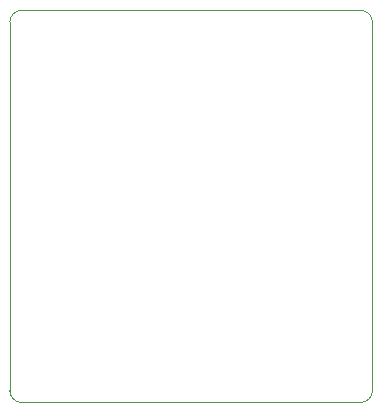
<source format=gbr>
G04 #@! TF.GenerationSoftware,KiCad,Pcbnew,(5.1.5-0-10_14)*
G04 #@! TF.CreationDate,2020-05-24T23:38:13-07:00*
G04 #@! TF.ProjectId,prost-pcb,70726f73-742d-4706-9362-2e6b69636164,0.1.0*
G04 #@! TF.SameCoordinates,Original*
G04 #@! TF.FileFunction,Profile,NP*
%FSLAX46Y46*%
G04 Gerber Fmt 4.6, Leading zero omitted, Abs format (unit mm)*
G04 Created by KiCad (PCBNEW (5.1.5-0-10_14)) date 2020-05-24 23:38:13*
%MOMM*%
%LPD*%
G04 APERTURE LIST*
%ADD10C,0.120000*%
G04 APERTURE END LIST*
D10*
X134000000Y-118600000D02*
X133300000Y-118600000D01*
X134000000Y-85400000D02*
X133300000Y-85400000D01*
X132300000Y-117600000D02*
X132300000Y-86400000D01*
X162000000Y-118600000D02*
X134000000Y-118600000D01*
X163000000Y-86400000D02*
X163000000Y-117600000D01*
X134000000Y-85400000D02*
X162000000Y-85400000D01*
X132300000Y-86400000D02*
G75*
G02X133300000Y-85400000I1000000J0D01*
G01*
X133300000Y-118600000D02*
G75*
G02X132300000Y-117600000I0J1000000D01*
G01*
X163000000Y-117600000D02*
G75*
G02X162000000Y-118600000I-1000000J0D01*
G01*
X162000000Y-85400000D02*
G75*
G02X163000000Y-86400000I0J-1000000D01*
G01*
M02*

</source>
